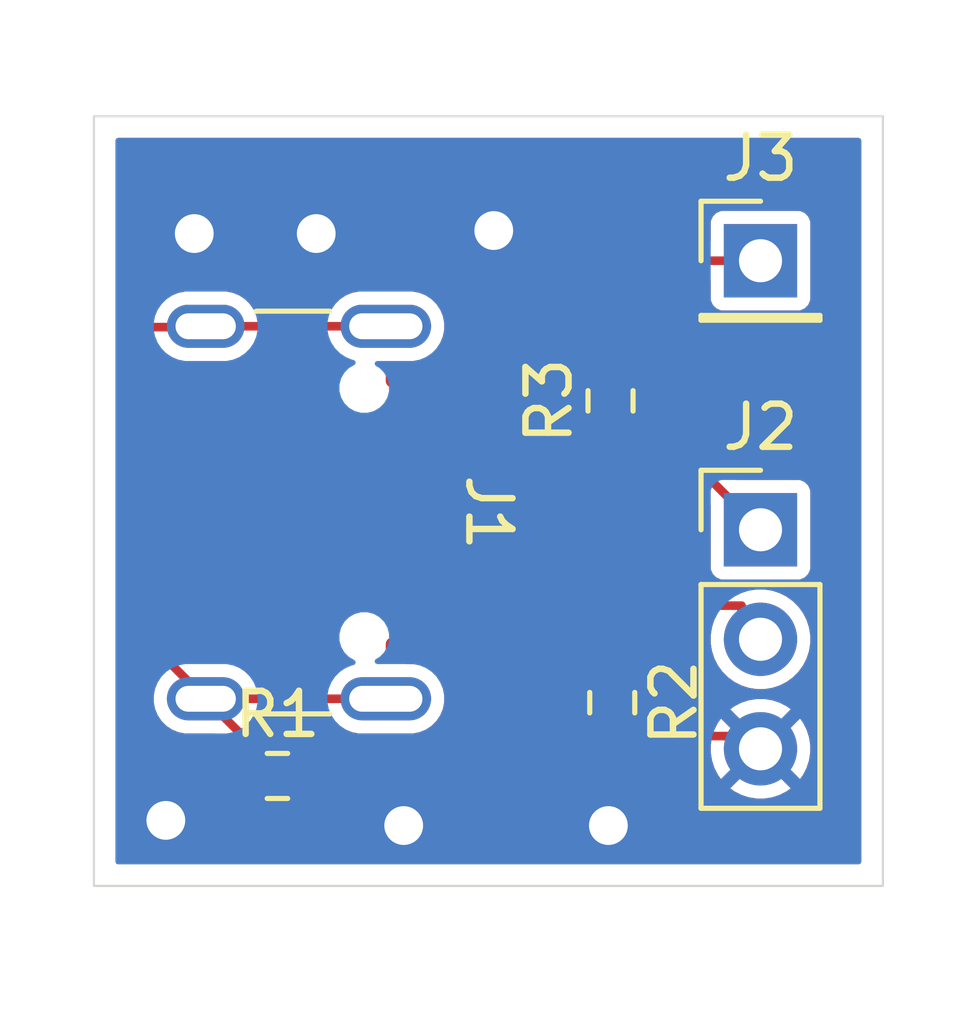
<source format=kicad_pcb>
(kicad_pcb (version 20241229) (generator "pcbnew") (generator_version "9.0")
  (layers (0 "F.Cu" signal) (2 "B.Cu" signal) (13 "F.Paste" user) (15 "B.Paste" user) (5 "F.SilkS" user "F.Silkscreen") (7 "B.SilkS" user "B.Silkscreen") (1 "F.Mask" user) (3 "B.Mask" user) (25 "Edge.Cuts" user))
  (net 0 "")
  (net 1 "/VBUS_5V")
  (net 2 "Net-(J1-SHIELD)")
  (net 3 "GND")
  (net 4 "/D-")
  (net 5 "/D+")
  (net 8 "Net-(J1-CC2)")
  (net 9 "Net-(J1-CC1)")
  (footprint "Connector_USB:USB_C_Receptacle_GCT_USB4105-xx-A_16P_TopMnt_Horizontal" (layer "F.Cu") (at 87.01 61.62 -90)
    (property "Reference" "J1" (at 0 -5.5 270) (layer "F.SilkS"))
    (property "Value" "USB_C_Receptacle_USB2.0_16P")
    (fp_line (start -4.67 -0.1) (end -4.67 -1.8) (stroke (width 0.12)) (layer "F.SilkS"))
    (fp_line (start 4.67 -0.1) (end 4.67 -1.8) (stroke (width 0.12)) (layer "F.SilkS"))
    (pad "" np_thru_hole circle (at -2.89 -2.605 270) (size 0.65 0.65) (drill 0.65) (layers "*.Cu" "*.Mask"))
    (pad "" np_thru_hole circle (at 2.89 -2.605 270) (size 0.65 0.65) (drill 0.65) (layers "*.Cu" "*.Mask"))
    (pad "A1" smd roundrect (at -3.2 -3.68 270) (size 0.6 1.15) (layers "F.Cu" "F.Mask" "F.Paste") (net 3 "GND"))
    (pad "A4" smd roundrect (at -2.4 -3.68 270) (size 0.6 1.15) (layers "F.Cu" "F.Mask" "F.Paste") (net 1 "/VBUS_5V"))
    (pad "A5" smd roundrect (at -1.25 -3.68 270) (size 0.3 1.15) (layers "F.Cu" "F.Mask" "F.Paste") (net 9 "Net-(J1-CC1)"))
    (pad "A6" smd roundrect (at -0.25 -3.68 270) (size 0.3 1.15) (layers "F.Cu" "F.Mask" "F.Paste") (net 5 "/D+"))
    (pad "A7" smd roundrect (at 0.25 -3.68 270) (size 0.3 1.15) (layers "F.Cu" "F.Mask" "F.Paste") (net 4 "/D-"))
    (pad "A8" smd roundrect (at 1.25 -3.68 270) (size 0.3 1.15) (layers "F.Cu" "F.Mask" "F.Paste"))
    (pad "A9" smd roundrect (at 2.4 -3.68 270) (size 0.6 1.15) (layers "F.Cu" "F.Mask" "F.Paste") (net 1 "/VBUS_5V"))
    (pad "A12" smd roundrect (at 3.2 -3.68 270) (size 0.6 1.15) (layers "F.Cu" "F.Mask" "F.Paste") (net 3 "GND"))
    (pad "B1" smd roundrect (at 3.2 -3.68 270) (size 0.6 1.15) (layers "F.Cu" "F.Mask" "F.Paste") (net 3 "GND"))
    (pad "B4" smd roundrect (at 2.4 -3.68 270) (size 0.6 1.15) (layers "F.Cu" "F.Mask" "F.Paste") (net 1 "/VBUS_5V"))
    (pad "B5" smd roundrect (at 1.75 -3.68 270) (size 0.3 1.15) (layers "F.Cu" "F.Mask" "F.Paste") (net 8 "Net-(J1-CC2)"))
    (pad "B6" smd roundrect (at 0.75 -3.68 270) (size 0.3 1.15) (layers "F.Cu" "F.Mask" "F.Paste") (net 5 "/D+"))
    (pad "B7" smd roundrect (at -0.75 -3.68 270) (size 0.3 1.15) (layers "F.Cu" "F.Mask" "F.Paste") (net 4 "/D-"))
    (pad "B8" smd roundrect (at -1.75 -3.68 270) (size 0.3 1.15) (layers "F.Cu" "F.Mask" "F.Paste"))
    (pad "B9" smd roundrect (at -2.4 -3.68 270) (size 0.6 1.15) (layers "F.Cu" "F.Mask" "F.Paste") (net 1 "/VBUS_5V"))
    (pad "B12" smd roundrect (at -3.2 -3.68 270) (size 0.6 1.15) (layers "F.Cu" "F.Mask" "F.Paste") (net 3 "GND"))
    (pad "S1" thru_hole oval (at -4.32 -3.105 270) (size 1 2.1) (drill oval 0.6 1.7) (property pad_prop_heatsink) (layers "*.Cu" "*.Mask" "F.Paste") (net 2 "Net-(J1-SHIELD)"))
    (pad "S1" thru_hole oval (at -4.32 1.075 270) (size 1 1.8) (drill oval 0.6 1.4) (property pad_prop_heatsink) (layers "*.Cu" "*.Mask" "F.Paste") (net 2 "Net-(J1-SHIELD)"))
    (pad "S1" thru_hole oval (at 4.32 -3.105 270) (size 1 2.1) (drill oval 0.6 1.7) (property pad_prop_heatsink) (layers "*.Cu" "*.Mask" "F.Paste") (net 2 "Net-(J1-SHIELD)"))
    (pad "S1" thru_hole oval (at 4.32 1.075 270) (size 1 1.8) (drill oval 0.6 1.4) (property pad_prop_heatsink) (layers "*.Cu" "*.Mask" "F.Paste") (net 2 "Net-(J1-SHIELD)"))
  )
  (footprint "Connector_PinHeader_2.54mm:PinHeader_1x03_P2.54mm_Vertical" (layer "F.Cu") (at 98.81 62.02)
    (property "Reference" "J2" (at 0 -2.38 0) (layer "F.SilkS"))
    (property "Value" "Conn_01x03")
    (fp_line (start -1.38 -1.38) (end 0 -1.38) (stroke (width 0.12)) (layer "F.SilkS"))
    (fp_line (start -1.38 0) (end -1.38 -1.38) (stroke (width 0.12)) (layer "F.SilkS"))
    (fp_line (start -1.38 1.27) (end -1.38 6.46) (stroke (width 0.12)) (layer "F.SilkS"))
    (fp_line (start -1.38 1.27) (end 1.38 1.27) (stroke (width 0.12)) (layer "F.SilkS"))
    (fp_line (start -1.38 6.46) (end 1.38 6.46) (stroke (width 0.12)) (layer "F.SilkS"))
    (fp_line (start 1.38 1.27) (end 1.38 6.46) (stroke (width 0.12)) (layer "F.SilkS"))
    (pad "1" thru_hole rect (at 0 0) (size 1.7 1.7) (drill 1) (layers "*.Cu" "*.Mask") (net 4 "/D-"))
    (pad "2" thru_hole circle (at 0 2.54) (size 1.7 1.7) (drill 1) (layers "*.Cu" "*.Mask") (net 5 "/D+"))
    (pad "3" thru_hole circle (at 0 5.08) (size 1.7 1.7) (drill 1) (layers "*.Cu" "*.Mask") (net 3 "GND"))
  )
  (footprint "Connector_PinHeader_2.54mm:PinHeader_1x01_P2.54mm_Vertical" (layer "F.Cu") (at 98.81 55.78)
    (property "Reference" "J3" (at 0 -2.38 0) (layer "F.SilkS"))
    (property "Value" "Conn_01x01")
    (fp_line (start -1.38 -1.38) (end 0 -1.38) (stroke (width 0.12)) (layer "F.SilkS"))
    (fp_line (start -1.38 0) (end -1.38 -1.38) (stroke (width 0.12)) (layer "F.SilkS"))
    (fp_line (start -1.38 1.27) (end -1.38 1.38) (stroke (width 0.12)) (layer "F.SilkS"))
    (fp_line (start -1.38 1.27) (end 1.38 1.27) (stroke (width 0.12)) (layer "F.SilkS"))
    (fp_line (start -1.38 1.38) (end 1.38 1.38) (stroke (width 0.12)) (layer "F.SilkS"))
    (fp_line (start 1.38 1.27) (end 1.38 1.38) (stroke (width 0.12)) (layer "F.SilkS"))
    (pad "1" thru_hole rect (at 0 0) (size 1.7 1.7) (drill 1) (layers "*.Cu" "*.Mask") (net 1 "/VBUS_5V"))
  )
  (footprint "Resistor_SMD:R_0603_1608Metric" (layer "F.Cu") (at 87.6 67.73)
    (property "Reference" "R1" (at 0 -1.43 0) (layer "F.SilkS"))
    (property "Value" "1M")
    (fp_line (start -0.237258 -0.5225) (end 0.237258 -0.5225) (stroke (width 0.12)) (layer "F.SilkS"))
    (fp_line (start -0.237258 0.5225) (end 0.237258 0.5225) (stroke (width 0.12)) (layer "F.SilkS"))
    (pad "1" smd roundrect (at -0.825 0) (size 0.8 0.95) (layers "F.Cu" "F.Mask" "F.Paste") (net 2 "Net-(J1-SHIELD)"))
    (pad "2" smd roundrect (at 0.825 0) (size 0.8 0.95) (layers "F.Cu" "F.Mask" "F.Paste") (net 3 "GND"))
  )
  (footprint "Resistor_SMD:R_0603_1608Metric" (layer "F.Cu") (at 95.33 59.03 90)
    (property "Reference" "R3" (at 0 -1.43 90) (layer "F.SilkS"))
    (property "Value" "5.1k")
    (fp_line (start -0.237258 -0.5225) (end 0.237258 -0.5225) (stroke (width 0.12)) (layer "F.SilkS"))
    (fp_line (start -0.237258 0.5225) (end 0.237258 0.5225) (stroke (width 0.12)) (layer "F.SilkS"))
    (pad "1" smd roundrect (at -0.825 0 90) (size 0.8 0.95) (layers "F.Cu" "F.Mask" "F.Paste") (net 9 "Net-(J1-CC1)"))
    (pad "2" smd roundrect (at 0.825 0 90) (size 0.8 0.95) (layers "F.Cu" "F.Mask" "F.Paste") (net 3 "GND"))
  )
  (footprint "Resistor_SMD:R_0603_1608Metric" (layer "F.Cu") (at 95.37 66.03 -90)
    (property "Reference" "R2" (at 0 -1.43 90) (layer "F.SilkS"))
    (property "Value" "5.1k")
    (fp_line (start -0.237258 0.5225) (end 0.237258 0.5225) (stroke (width 0.12)) (layer "F.SilkS"))
    (fp_line (start -0.237258 -0.5225) (end 0.237258 -0.5225) (stroke (width 0.12)) (layer "F.SilkS"))
    (pad "1" smd roundrect (at -0.825 0 270) (size 0.8 0.95) (layers "F.Cu" "F.Mask" "F.Paste") (net 8 "Net-(J1-CC2)"))
    (pad "2" smd roundrect (at 0.825 0 270) (size 0.8 0.95) (layers "F.Cu" "F.Mask" "F.Paste") (net 3 "GND"))
  )
  (gr_rect (start 83.34 52.43) (end 101.65 70.28) (stroke (width 0.05)) (fill no) (layer "Edge.Cuts"))
  (segment (start 95.49 55.7) (end 95.57 55.78) (width 0.2) (layer "F.Cu") (net 1))
  (segment (start 93.13 58.06) (end 95.49 55.7) (width 0.2) (layer "F.Cu") (net 1))
  (segment (start 90.69 64.02) (end 90.13 64.02) (width 0.2) (layer "F.Cu") (net 1))
  (segment (start 90.69 59.22) (end 90.18 59.22) (width 0.2) (layer "F.Cu") (net 1))
  (segment (start 88.9 62.79) (end 88.9 60.5) (width 0.2) (layer "F.Cu") (net 1))
  (segment (start 89.18 63.07) (end 88.9 62.79) (width 0.2) (layer "F.Cu") (net 1))
  (segment (start 90.13 64.02) (end 89.18 63.07) (width 0.2) (layer "F.Cu") (net 1))
  (segment (start 95.57 55.78) (end 98.81 55.78) (width 0.2) (layer "F.Cu") (net 1))
  (segment (start 90.69 59.22) (end 92.98 59.22) (width 0.2) (layer "F.Cu") (net 1))
  (segment (start 90.18 59.22) (end 88.9 60.5) (width 0.2) (layer "F.Cu") (net 1))
  (segment (start 92.98 59.22) (end 93.13 59.07) (width 0.2) (layer "F.Cu") (net 1))
  (segment (start 93.13 59.07) (end 93.13 58.06) (width 0.2) (layer "F.Cu") (net 1))
  (segment (start 85.935 65.94) (end 84.44 64.445) (width 0.2) (layer "F.Cu") (net 2))
  (segment (start 90.115 57.3) (end 85.935 57.3) (width 0.2) (layer "F.Cu") (net 2))
  (segment (start 84.44 64.445) (end 84.44 57.32) (width 0.2) (layer "F.Cu") (net 2))
  (segment (start 84.44 57.32) (end 85.915 57.32) (width 0.2) (layer "F.Cu") (net 2))
  (segment (start 86.775 67.73) (end 86.775 66.78) (width 0.2) (layer "F.Cu") (net 2))
  (segment (start 86.775 66.78) (end 85.935 65.94) (width 0.2) (layer "F.Cu") (net 2))
  (segment (start 90.115 65.94) (end 85.935 65.94) (width 0.2) (layer "F.Cu") (net 2))
  (segment (start 85.915 57.32) (end 85.935 57.3) (width 0.2) (layer "F.Cu") (net 2))
  (segment (start 98.515 66.805) (end 98.81 67.1) (width 0.2) (layer "F.Cu") (net 3))
  (segment (start 91.92 58.42) (end 92.07 58.27) (width 0.2) (layer "F.Cu") (net 3))
  (segment (start 93.455 67.73) (end 93.5225 67.6625) (width 0.2) (layer "F.Cu") (net 3))
  (segment (start 95.28 68.88) (end 97.03 68.88) (width 0.2) (layer "F.Cu") (net 3))
  (segment (start 93.5225 67.6625) (end 94.38 66.805) (width 0.2) (layer "F.Cu") (net 3))
  (segment (start 90.69 58.42) (end 91.92 58.42) (width 0.2) (layer "F.Cu") (net 3))
  (segment (start 88.425 67.73) (end 93.455 67.73) (width 0.2) (layer "F.Cu") (net 3))
  (segment (start 90.69 64.82) (end 92.395 64.82) (width 0.2) (layer "F.Cu") (net 3))
  (segment (start 92.395 64.82) (end 94.38 66.805) (width 0.2) (layer "F.Cu") (net 3))
  (segment (start 95.33 58.205) (end 95.33 58.04) (width 0.2) (layer "F.Cu") (net 3))
  (segment (start 92.07 55.63) (end 92.62 55.08) (width 0.2) (layer "F.Cu") (net 3))
  (segment (start 92.07 58.27) (end 92.07 55.63) (width 0.2) (layer "F.Cu") (net 3))
  (segment (start 94.38 66.805) (end 98.515 66.805) (width 0.2) (layer "F.Cu") (net 3))
  (segment (start 97.03 68.88) (end 98.81 67.1) (width 0.2) (layer "F.Cu") (net 3))
  (via (at 85.67 55.15) (size 1.5) (drill 0.9) (layers "F.Cu" "B.Cu") (net 3))
  (via (at 90.53 68.88) (size 1.5) (drill 0.9) (layers "F.Cu" "B.Cu") (net 3))
  (via (at 92.62 55.08) (size 1.5) (drill 0.9) (layers "F.Cu" "B.Cu") (net 3))
  (via (at 88.5 55.15) (size 1.5) (drill 0.9) (layers "F.Cu" "B.Cu") (net 3))
  (via (at 85.01 68.76) (size 1.5) (drill 0.9) (layers "F.Cu" "B.Cu") (net 3))
  (via (at 95.28 68.88) (size 1.5) (drill 0.9) (layers "F.Cu" "B.Cu") (net 3))
  (segment (start 89.48 60.97) (end 89.575 60.875) (width 0.2) (layer "F.Cu") (net 4))
  (segment (start 90.69 60.87) (end 89.58 60.87) (width 0.2) (layer "F.Cu") (net 4))
  (segment (start 89.48 61.49) (end 89.48 60.97) (width 0.2) (layer "F.Cu") (net 4))
  (segment (start 97.66 60.87) (end 98.81 62.02) (width 0.2) (layer "F.Cu") (net 4))
  (segment (start 89.86 61.87) (end 89.48 61.49) (width 0.2) (layer "F.Cu") (net 4))
  (segment (start 90.69 61.87) (end 89.86 61.87) (width 0.2) (layer "F.Cu") (net 4))
  (segment (start 90.69 60.87) (end 97.66 60.87) (width 0.2) (layer "F.Cu") (net 4))
  (segment (start 94.52 63.78) (end 98.37 63.78) (width 0.2) (layer "F.Cu") (net 5))
  (segment (start 91.85 61.39) (end 90.71 61.39) (width 0.2) (layer "F.Cu") (net 5))
  (segment (start 92.12 62.37) (end 92.12 61.66) (width 0.2) (layer "F.Cu") (net 5))
  (segment (start 93.11 62.37) (end 94.52 63.78) (width 0.2) (layer "F.Cu") (net 5))
  (segment (start 92.12 61.66) (end 91.85 61.39) (width 0.2) (layer "F.Cu") (net 5))
  (segment (start 92.12 62.37) (end 93.11 62.37) (width 0.2) (layer "F.Cu") (net 5))
  (segment (start 98.37 63.78) (end 98.37 64.12) (width 0.2) (layer "F.Cu") (net 5))
  (segment (start 90.71 61.39) (end 90.69 61.37) (width 0.2) (layer "F.Cu") (net 5))
  (segment (start 90.69 62.37) (end 92.12 62.37) (width 0.2) (layer "F.Cu") (net 5))
  (segment (start 98.37 64.12) (end 98.81 64.56) (width 0.2) (layer "F.Cu") (net 5))
  (segment (start 95.325 65.16) (end 95.37 65.205) (width 0.2) (layer "F.Cu") (net 8))
  (segment (start 92.6 63.37) (end 94.39 65.16) (width 0.2) (layer "F.Cu") (net 8))
  (segment (start 94.39 65.16) (end 95.325 65.16) (width 0.2) (layer "F.Cu") (net 8))
  (segment (start 90.69 63.37) (end 92.6 63.37) (width 0.2) (layer "F.Cu") (net 8))
  (segment (start 94.815 60.37) (end 95.33 59.855) (width 0.2) (layer "F.Cu") (net 9))
  (segment (start 90.69 60.37) (end 94.815 60.37) (width 0.2) (layer "F.Cu") (net 9))
  (zone (net 3) (net_name "GND") (layers "F.Cu" "B.Cu") (priority 3) (connect_pads (clearance 0.3048)) (min_thickness 0.127) (fill yes (thermal_gap 0.304) (thermal_bridge_width 0.304))
    (polygon (pts (xy 101.62 52.45) (xy 101.62 70.264) (xy 83.356 70.264) (xy 83.356 52.45)))
  )
)
</source>
